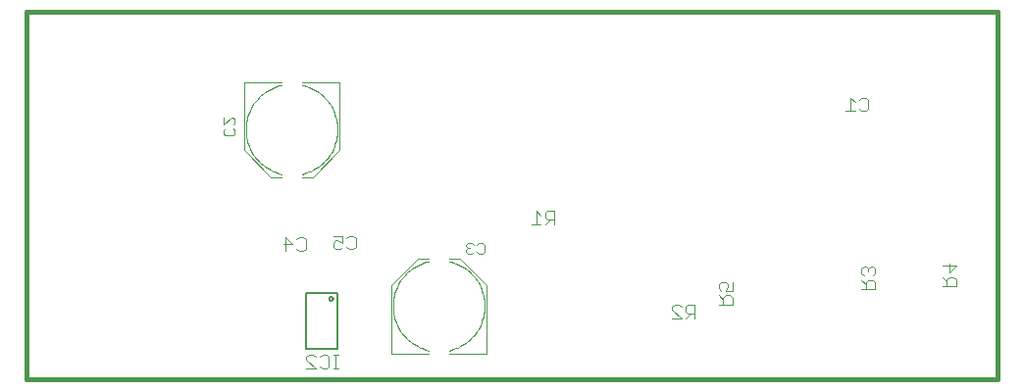
<source format=gbr>
G75*
G70*
%OFA0B0*%
%FSLAX24Y24*%
%IPPOS*%
%LPD*%
%AMOC8*
5,1,8,0,0,1.08239X$1,22.5*
%
%ADD10C,0.0160*%
%ADD11C,0.0040*%
%ADD12C,0.0080*%
%ADD13C,0.0050*%
%ADD14C,0.0030*%
D10*
X000181Y000181D02*
X033181Y000181D01*
X033181Y012681D01*
X000181Y012681D01*
X000181Y000181D01*
D11*
X009687Y000551D02*
X009994Y000551D01*
X009687Y000858D01*
X009687Y000935D01*
X009764Y001012D01*
X009917Y001012D01*
X009994Y000935D01*
X010148Y000935D02*
X010224Y001012D01*
X010378Y001012D01*
X010455Y000935D01*
X010455Y000628D01*
X010378Y000551D01*
X010224Y000551D01*
X010148Y000628D01*
X010608Y000551D02*
X010761Y000551D01*
X010685Y000551D02*
X010685Y001012D01*
X010761Y001012D02*
X010608Y001012D01*
X012567Y001067D02*
X013827Y001067D01*
X014536Y001067D02*
X015796Y001067D01*
X015796Y003390D01*
X014890Y004296D01*
X014536Y004296D01*
X013827Y004296D02*
X013473Y004296D01*
X012567Y003390D01*
X012567Y001067D01*
X013827Y001165D02*
X013750Y001185D01*
X013675Y001208D01*
X013601Y001236D01*
X013529Y001267D01*
X013458Y001302D01*
X013389Y001340D01*
X013323Y001382D01*
X013258Y001427D01*
X013196Y001475D01*
X013136Y001527D01*
X013079Y001581D01*
X013025Y001638D01*
X012973Y001698D01*
X012925Y001760D01*
X012880Y001825D01*
X012839Y001892D01*
X012801Y001961D01*
X012766Y002032D01*
X012735Y002104D01*
X012707Y002178D01*
X012684Y002253D01*
X012664Y002329D01*
X012648Y002407D01*
X012636Y002485D01*
X012628Y002563D01*
X012624Y002642D01*
X012624Y002720D01*
X012628Y002799D01*
X012636Y002877D01*
X012648Y002955D01*
X012664Y003033D01*
X012684Y003109D01*
X012707Y003184D01*
X012735Y003258D01*
X012766Y003330D01*
X012801Y003401D01*
X012839Y003470D01*
X012880Y003537D01*
X012925Y003602D01*
X012973Y003664D01*
X013025Y003724D01*
X013079Y003781D01*
X013136Y003835D01*
X013196Y003887D01*
X013258Y003935D01*
X013323Y003980D01*
X013389Y004022D01*
X013458Y004060D01*
X013529Y004095D01*
X013601Y004126D01*
X013675Y004154D01*
X013750Y004177D01*
X013827Y004197D01*
X011361Y004678D02*
X011285Y004601D01*
X011131Y004601D01*
X011055Y004678D01*
X010901Y004678D02*
X010824Y004601D01*
X010671Y004601D01*
X010594Y004678D01*
X010594Y004832D01*
X010671Y004908D01*
X010748Y004908D01*
X010901Y004832D01*
X010901Y005062D01*
X010594Y005062D01*
X011055Y004985D02*
X011131Y005062D01*
X011285Y005062D01*
X011361Y004985D01*
X011361Y004678D01*
X009661Y004628D02*
X009585Y004551D01*
X009431Y004551D01*
X009355Y004628D01*
X009201Y004782D02*
X008894Y004782D01*
X008971Y005012D02*
X008971Y004551D01*
X009201Y004782D02*
X008971Y005012D01*
X009355Y004935D02*
X009431Y005012D01*
X009585Y005012D01*
X009661Y004935D01*
X009661Y004628D01*
X014535Y004197D02*
X014612Y004177D01*
X014687Y004154D01*
X014761Y004126D01*
X014833Y004095D01*
X014904Y004060D01*
X014973Y004022D01*
X015039Y003980D01*
X015104Y003935D01*
X015166Y003887D01*
X015226Y003835D01*
X015283Y003781D01*
X015337Y003724D01*
X015389Y003664D01*
X015437Y003602D01*
X015482Y003537D01*
X015523Y003470D01*
X015561Y003401D01*
X015596Y003330D01*
X015627Y003258D01*
X015655Y003184D01*
X015678Y003109D01*
X015698Y003033D01*
X015714Y002955D01*
X015726Y002877D01*
X015734Y002799D01*
X015738Y002720D01*
X015738Y002642D01*
X015734Y002563D01*
X015726Y002485D01*
X015714Y002407D01*
X015698Y002329D01*
X015678Y002253D01*
X015655Y002178D01*
X015627Y002104D01*
X015596Y002032D01*
X015561Y001961D01*
X015523Y001892D01*
X015482Y001825D01*
X015437Y001760D01*
X015389Y001698D01*
X015337Y001638D01*
X015283Y001581D01*
X015226Y001527D01*
X015166Y001475D01*
X015104Y001427D01*
X015039Y001382D01*
X014973Y001340D01*
X014904Y001302D01*
X014833Y001267D01*
X014761Y001236D01*
X014687Y001208D01*
X014612Y001185D01*
X014535Y001165D01*
X022115Y002251D02*
X022422Y002251D01*
X022115Y002558D01*
X022115Y002635D01*
X022192Y002712D01*
X022345Y002712D01*
X022422Y002635D01*
X022575Y002635D02*
X022575Y002482D01*
X022652Y002405D01*
X022882Y002405D01*
X022729Y002405D02*
X022575Y002251D01*
X022882Y002251D02*
X022882Y002712D01*
X022652Y002712D01*
X022575Y002635D01*
X023701Y002731D02*
X024162Y002731D01*
X024162Y002961D01*
X024085Y003038D01*
X023932Y003038D01*
X023855Y002961D01*
X023855Y002731D01*
X023855Y002884D02*
X023701Y003038D01*
X023778Y003191D02*
X023701Y003268D01*
X023701Y003421D01*
X023778Y003498D01*
X023932Y003498D01*
X024008Y003421D01*
X024008Y003344D01*
X023932Y003191D01*
X024162Y003191D01*
X024162Y003498D01*
X028551Y003558D02*
X028705Y003405D01*
X028705Y003482D02*
X028705Y003251D01*
X028551Y003251D02*
X029012Y003251D01*
X029012Y003482D01*
X028935Y003558D01*
X028782Y003558D01*
X028705Y003482D01*
X028628Y003712D02*
X028551Y003788D01*
X028551Y003942D01*
X028628Y004019D01*
X028705Y004019D01*
X028782Y003942D01*
X028782Y003865D01*
X028782Y003942D02*
X028858Y004019D01*
X028935Y004019D01*
X029012Y003942D01*
X029012Y003788D01*
X028935Y003712D01*
X031301Y003658D02*
X031455Y003505D01*
X031455Y003582D02*
X031455Y003351D01*
X031301Y003351D02*
X031762Y003351D01*
X031762Y003582D01*
X031685Y003658D01*
X031532Y003658D01*
X031455Y003582D01*
X031532Y003812D02*
X031532Y004119D01*
X031762Y004042D02*
X031301Y004042D01*
X031532Y003812D02*
X031762Y004042D01*
X028705Y009301D02*
X028552Y009301D01*
X028475Y009378D01*
X028322Y009301D02*
X028015Y009301D01*
X028168Y009301D02*
X028168Y009762D01*
X028322Y009608D01*
X028475Y009685D02*
X028552Y009762D01*
X028705Y009762D01*
X028782Y009685D01*
X028782Y009378D01*
X028705Y009301D01*
X018111Y005912D02*
X018111Y005451D01*
X018111Y005605D02*
X017881Y005605D01*
X017805Y005682D01*
X017805Y005835D01*
X017881Y005912D01*
X018111Y005912D01*
X017958Y005605D02*
X017805Y005451D01*
X017651Y005451D02*
X017344Y005451D01*
X017498Y005451D02*
X017498Y005912D01*
X017651Y005758D01*
X010796Y007973D02*
X010796Y010296D01*
X009536Y010296D01*
X008827Y010296D02*
X007567Y010296D01*
X007567Y007973D01*
X008473Y007067D01*
X008827Y007067D01*
X009536Y007067D02*
X009890Y007067D01*
X010796Y007973D01*
X009535Y007165D02*
X009612Y007185D01*
X009687Y007208D01*
X009761Y007236D01*
X009833Y007267D01*
X009904Y007302D01*
X009973Y007340D01*
X010039Y007382D01*
X010104Y007427D01*
X010166Y007475D01*
X010226Y007527D01*
X010283Y007581D01*
X010337Y007638D01*
X010389Y007698D01*
X010437Y007760D01*
X010482Y007825D01*
X010523Y007892D01*
X010561Y007961D01*
X010596Y008032D01*
X010627Y008104D01*
X010655Y008178D01*
X010678Y008253D01*
X010698Y008329D01*
X010714Y008407D01*
X010726Y008485D01*
X010734Y008563D01*
X010738Y008642D01*
X010738Y008720D01*
X010734Y008799D01*
X010726Y008877D01*
X010714Y008955D01*
X010698Y009033D01*
X010678Y009109D01*
X010655Y009184D01*
X010627Y009258D01*
X010596Y009330D01*
X010561Y009401D01*
X010523Y009470D01*
X010482Y009537D01*
X010437Y009602D01*
X010389Y009664D01*
X010337Y009724D01*
X010283Y009781D01*
X010226Y009835D01*
X010166Y009887D01*
X010104Y009935D01*
X010039Y009980D01*
X009973Y010022D01*
X009904Y010060D01*
X009833Y010095D01*
X009761Y010126D01*
X009687Y010154D01*
X009612Y010177D01*
X009535Y010197D01*
X008827Y010197D02*
X008750Y010177D01*
X008675Y010154D01*
X008601Y010126D01*
X008529Y010095D01*
X008458Y010060D01*
X008389Y010022D01*
X008323Y009980D01*
X008258Y009935D01*
X008196Y009887D01*
X008136Y009835D01*
X008079Y009781D01*
X008025Y009724D01*
X007973Y009664D01*
X007925Y009602D01*
X007880Y009537D01*
X007839Y009470D01*
X007801Y009401D01*
X007766Y009330D01*
X007735Y009258D01*
X007707Y009184D01*
X007684Y009109D01*
X007664Y009033D01*
X007648Y008955D01*
X007636Y008877D01*
X007628Y008799D01*
X007624Y008720D01*
X007624Y008642D01*
X007628Y008563D01*
X007636Y008485D01*
X007648Y008407D01*
X007664Y008329D01*
X007684Y008253D01*
X007707Y008178D01*
X007735Y008104D01*
X007766Y008032D01*
X007801Y007961D01*
X007839Y007892D01*
X007880Y007825D01*
X007925Y007760D01*
X007973Y007698D01*
X008025Y007638D01*
X008079Y007581D01*
X008136Y007527D01*
X008196Y007475D01*
X008258Y007427D01*
X008323Y007382D01*
X008389Y007340D01*
X008458Y007302D01*
X008529Y007267D01*
X008601Y007236D01*
X008675Y007208D01*
X008750Y007185D01*
X008827Y007165D01*
D12*
X009681Y003131D02*
X009681Y001221D01*
X010751Y001221D01*
X010751Y003131D01*
X009681Y003131D01*
D13*
X010461Y002926D02*
X010463Y002942D01*
X010468Y002956D01*
X010477Y002969D01*
X010489Y002979D01*
X010503Y002987D01*
X010518Y002991D01*
X010534Y002991D01*
X010549Y002987D01*
X010563Y002979D01*
X010575Y002969D01*
X010584Y002956D01*
X010589Y002942D01*
X010591Y002926D01*
X010589Y002910D01*
X010584Y002896D01*
X010575Y002883D01*
X010563Y002873D01*
X010549Y002865D01*
X010534Y002861D01*
X010518Y002861D01*
X010503Y002865D01*
X010489Y002873D01*
X010477Y002883D01*
X010468Y002896D01*
X010463Y002910D01*
X010461Y002926D01*
D14*
X015110Y004520D02*
X015172Y004458D01*
X015295Y004458D01*
X015357Y004520D01*
X015478Y004520D02*
X015540Y004458D01*
X015663Y004458D01*
X015725Y004520D01*
X015725Y004767D01*
X015663Y004829D01*
X015540Y004829D01*
X015478Y004767D01*
X015357Y004767D02*
X015295Y004829D01*
X015172Y004829D01*
X015110Y004767D01*
X015110Y004705D01*
X015172Y004643D01*
X015110Y004582D01*
X015110Y004520D01*
X015172Y004643D02*
X015233Y004643D01*
X007255Y008530D02*
X007193Y008468D01*
X006946Y008468D01*
X006885Y008530D01*
X006885Y008654D01*
X006946Y008715D01*
X006885Y008837D02*
X007131Y009084D01*
X007193Y009084D01*
X007255Y009022D01*
X007255Y008898D01*
X007193Y008837D01*
X007193Y008715D02*
X007255Y008654D01*
X007255Y008530D01*
X006885Y008837D02*
X006885Y009084D01*
M02*

</source>
